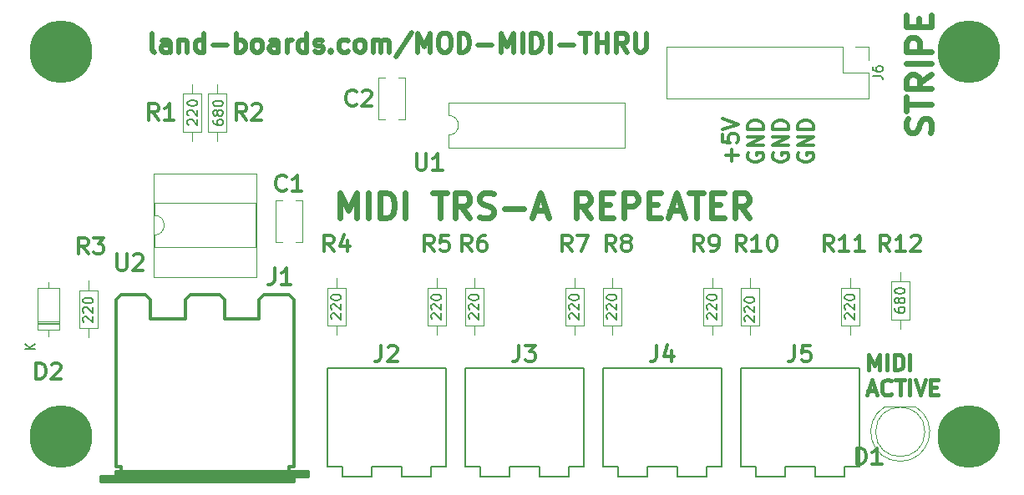
<source format=gto>
%TF.GenerationSoftware,KiCad,Pcbnew,(6.0.1)*%
%TF.CreationDate,2022-10-07T22:43:29-04:00*%
%TF.ProjectId,MOD-MIDI-THRU,4d4f442d-4d49-4444-992d-544852552e6b,1*%
%TF.SameCoordinates,Original*%
%TF.FileFunction,Legend,Top*%
%TF.FilePolarity,Positive*%
%FSLAX46Y46*%
G04 Gerber Fmt 4.6, Leading zero omitted, Abs format (unit mm)*
G04 Created by KiCad (PCBNEW (6.0.1)) date 2022-10-07 22:43:29*
%MOMM*%
%LPD*%
G01*
G04 APERTURE LIST*
%ADD10C,0.558800*%
%ADD11C,0.349250*%
%ADD12C,0.396875*%
%ADD13C,0.476250*%
%ADD14C,0.150000*%
%ADD15C,0.120000*%
%ADD16C,0.304800*%
%ADD17C,6.350000*%
G04 APERTURE END LIST*
D10*
X122252981Y-60839047D02*
X122252981Y-58299047D01*
X123099648Y-60113333D01*
X123946315Y-58299047D01*
X123946315Y-60839047D01*
X125155839Y-60839047D02*
X125155839Y-58299047D01*
X126365362Y-60839047D02*
X126365362Y-58299047D01*
X126970124Y-58299047D01*
X127332981Y-58420000D01*
X127574886Y-58661904D01*
X127695839Y-58903809D01*
X127816791Y-59387619D01*
X127816791Y-59750476D01*
X127695839Y-60234285D01*
X127574886Y-60476190D01*
X127332981Y-60718095D01*
X126970124Y-60839047D01*
X126365362Y-60839047D01*
X128905362Y-60839047D02*
X128905362Y-58299047D01*
X131687267Y-58299047D02*
X133138696Y-58299047D01*
X132412981Y-60839047D02*
X132412981Y-58299047D01*
X135436791Y-60839047D02*
X134590124Y-59629523D01*
X133985362Y-60839047D02*
X133985362Y-58299047D01*
X134952981Y-58299047D01*
X135194886Y-58420000D01*
X135315839Y-58540952D01*
X135436791Y-58782857D01*
X135436791Y-59145714D01*
X135315839Y-59387619D01*
X135194886Y-59508571D01*
X134952981Y-59629523D01*
X133985362Y-59629523D01*
X136404410Y-60718095D02*
X136767267Y-60839047D01*
X137372029Y-60839047D01*
X137613934Y-60718095D01*
X137734886Y-60597142D01*
X137855839Y-60355238D01*
X137855839Y-60113333D01*
X137734886Y-59871428D01*
X137613934Y-59750476D01*
X137372029Y-59629523D01*
X136888220Y-59508571D01*
X136646315Y-59387619D01*
X136525362Y-59266666D01*
X136404410Y-59024761D01*
X136404410Y-58782857D01*
X136525362Y-58540952D01*
X136646315Y-58420000D01*
X136888220Y-58299047D01*
X137492981Y-58299047D01*
X137855839Y-58420000D01*
X138944410Y-59871428D02*
X140879648Y-59871428D01*
X141968220Y-60113333D02*
X143177743Y-60113333D01*
X141726315Y-60839047D02*
X142572981Y-58299047D01*
X143419648Y-60839047D01*
X147652981Y-60839047D02*
X146806315Y-59629523D01*
X146201553Y-60839047D02*
X146201553Y-58299047D01*
X147169172Y-58299047D01*
X147411077Y-58420000D01*
X147532029Y-58540952D01*
X147652981Y-58782857D01*
X147652981Y-59145714D01*
X147532029Y-59387619D01*
X147411077Y-59508571D01*
X147169172Y-59629523D01*
X146201553Y-59629523D01*
X148741553Y-59508571D02*
X149588220Y-59508571D01*
X149951077Y-60839047D02*
X148741553Y-60839047D01*
X148741553Y-58299047D01*
X149951077Y-58299047D01*
X151039648Y-60839047D02*
X151039648Y-58299047D01*
X152007267Y-58299047D01*
X152249172Y-58420000D01*
X152370124Y-58540952D01*
X152491077Y-58782857D01*
X152491077Y-59145714D01*
X152370124Y-59387619D01*
X152249172Y-59508571D01*
X152007267Y-59629523D01*
X151039648Y-59629523D01*
X153579648Y-59508571D02*
X154426315Y-59508571D01*
X154789172Y-60839047D02*
X153579648Y-60839047D01*
X153579648Y-58299047D01*
X154789172Y-58299047D01*
X155756791Y-60113333D02*
X156966315Y-60113333D01*
X155514886Y-60839047D02*
X156361553Y-58299047D01*
X157208220Y-60839047D01*
X157692029Y-58299047D02*
X159143458Y-58299047D01*
X158417743Y-60839047D02*
X158417743Y-58299047D01*
X159990124Y-59508571D02*
X160836791Y-59508571D01*
X161199648Y-60839047D02*
X159990124Y-60839047D01*
X159990124Y-58299047D01*
X161199648Y-58299047D01*
X163739648Y-60839047D02*
X162892981Y-59629523D01*
X162288220Y-60839047D02*
X162288220Y-58299047D01*
X163255839Y-58299047D01*
X163497743Y-58420000D01*
X163618696Y-58540952D01*
X163739648Y-58782857D01*
X163739648Y-59145714D01*
X163618696Y-59387619D01*
X163497743Y-59508571D01*
X163255839Y-59629523D01*
X162288220Y-59629523D01*
D11*
X162014580Y-55106131D02*
X162014580Y-53896607D01*
X162619342Y-54501369D02*
X161409818Y-54501369D01*
X161031842Y-52384702D02*
X161031842Y-53140655D01*
X161787795Y-53216250D01*
X161712199Y-53140655D01*
X161636604Y-52989464D01*
X161636604Y-52611488D01*
X161712199Y-52460298D01*
X161787795Y-52384702D01*
X161938985Y-52309107D01*
X162316961Y-52309107D01*
X162468152Y-52384702D01*
X162543747Y-52460298D01*
X162619342Y-52611488D01*
X162619342Y-52989464D01*
X162543747Y-53140655D01*
X162468152Y-53216250D01*
X161031842Y-51855536D02*
X162619342Y-51326369D01*
X161031842Y-50797202D01*
X163663313Y-54274583D02*
X163587717Y-54425774D01*
X163587717Y-54652560D01*
X163663313Y-54879345D01*
X163814503Y-55030536D01*
X163965693Y-55106131D01*
X164268074Y-55181726D01*
X164494860Y-55181726D01*
X164797241Y-55106131D01*
X164948432Y-55030536D01*
X165099622Y-54879345D01*
X165175217Y-54652560D01*
X165175217Y-54501369D01*
X165099622Y-54274583D01*
X165024027Y-54198988D01*
X164494860Y-54198988D01*
X164494860Y-54501369D01*
X165175217Y-53518631D02*
X163587717Y-53518631D01*
X165175217Y-52611488D01*
X163587717Y-52611488D01*
X165175217Y-51855536D02*
X163587717Y-51855536D01*
X163587717Y-51477560D01*
X163663313Y-51250774D01*
X163814503Y-51099583D01*
X163965693Y-51023988D01*
X164268074Y-50948393D01*
X164494860Y-50948393D01*
X164797241Y-51023988D01*
X164948432Y-51099583D01*
X165099622Y-51250774D01*
X165175217Y-51477560D01*
X165175217Y-51855536D01*
X166219188Y-54274583D02*
X166143592Y-54425774D01*
X166143592Y-54652560D01*
X166219188Y-54879345D01*
X166370378Y-55030536D01*
X166521568Y-55106131D01*
X166823949Y-55181726D01*
X167050735Y-55181726D01*
X167353116Y-55106131D01*
X167504307Y-55030536D01*
X167655497Y-54879345D01*
X167731092Y-54652560D01*
X167731092Y-54501369D01*
X167655497Y-54274583D01*
X167579902Y-54198988D01*
X167050735Y-54198988D01*
X167050735Y-54501369D01*
X167731092Y-53518631D02*
X166143592Y-53518631D01*
X167731092Y-52611488D01*
X166143592Y-52611488D01*
X167731092Y-51855536D02*
X166143592Y-51855536D01*
X166143592Y-51477560D01*
X166219188Y-51250774D01*
X166370378Y-51099583D01*
X166521568Y-51023988D01*
X166823949Y-50948393D01*
X167050735Y-50948393D01*
X167353116Y-51023988D01*
X167504307Y-51099583D01*
X167655497Y-51250774D01*
X167731092Y-51477560D01*
X167731092Y-51855536D01*
X168775063Y-54274583D02*
X168699467Y-54425774D01*
X168699467Y-54652560D01*
X168775063Y-54879345D01*
X168926253Y-55030536D01*
X169077443Y-55106131D01*
X169379824Y-55181726D01*
X169606610Y-55181726D01*
X169908991Y-55106131D01*
X170060182Y-55030536D01*
X170211372Y-54879345D01*
X170286967Y-54652560D01*
X170286967Y-54501369D01*
X170211372Y-54274583D01*
X170135777Y-54198988D01*
X169606610Y-54198988D01*
X169606610Y-54501369D01*
X170286967Y-53518631D02*
X168699467Y-53518631D01*
X170286967Y-52611488D01*
X168699467Y-52611488D01*
X170286967Y-51855536D02*
X168699467Y-51855536D01*
X168699467Y-51477560D01*
X168775063Y-51250774D01*
X168926253Y-51099583D01*
X169077443Y-51023988D01*
X169379824Y-50948393D01*
X169606610Y-50948393D01*
X169908991Y-51023988D01*
X170060182Y-51099583D01*
X170211372Y-51250774D01*
X170286967Y-51477560D01*
X170286967Y-51855536D01*
D10*
X182130095Y-52215142D02*
X182251047Y-51852285D01*
X182251047Y-51247523D01*
X182130095Y-51005619D01*
X182009142Y-50884666D01*
X181767238Y-50763714D01*
X181525333Y-50763714D01*
X181283428Y-50884666D01*
X181162476Y-51005619D01*
X181041523Y-51247523D01*
X180920571Y-51731333D01*
X180799619Y-51973238D01*
X180678666Y-52094190D01*
X180436761Y-52215142D01*
X180194857Y-52215142D01*
X179952952Y-52094190D01*
X179832000Y-51973238D01*
X179711047Y-51731333D01*
X179711047Y-51126571D01*
X179832000Y-50763714D01*
X179711047Y-50038000D02*
X179711047Y-48586571D01*
X182251047Y-49312285D02*
X179711047Y-49312285D01*
X182251047Y-46288476D02*
X181041523Y-47135142D01*
X182251047Y-47739904D02*
X179711047Y-47739904D01*
X179711047Y-46772285D01*
X179832000Y-46530380D01*
X179952952Y-46409428D01*
X180194857Y-46288476D01*
X180557714Y-46288476D01*
X180799619Y-46409428D01*
X180920571Y-46530380D01*
X181041523Y-46772285D01*
X181041523Y-47739904D01*
X182251047Y-45199904D02*
X179711047Y-45199904D01*
X182251047Y-43990380D02*
X179711047Y-43990380D01*
X179711047Y-43022761D01*
X179832000Y-42780857D01*
X179952952Y-42659904D01*
X180194857Y-42538952D01*
X180557714Y-42538952D01*
X180799619Y-42659904D01*
X180920571Y-42780857D01*
X181041523Y-43022761D01*
X181041523Y-43990380D01*
X180920571Y-41450380D02*
X180920571Y-40603714D01*
X182251047Y-40240857D02*
X182251047Y-41450380D01*
X179711047Y-41450380D01*
X179711047Y-40240857D01*
D12*
X175895944Y-76275217D02*
X175895944Y-74687717D01*
X176425111Y-75821646D01*
X176954278Y-74687717D01*
X176954278Y-76275217D01*
X177710230Y-76275217D02*
X177710230Y-74687717D01*
X178466183Y-76275217D02*
X178466183Y-74687717D01*
X178844159Y-74687717D01*
X179070944Y-74763313D01*
X179222135Y-74914503D01*
X179297730Y-75065693D01*
X179373325Y-75368074D01*
X179373325Y-75594860D01*
X179297730Y-75897241D01*
X179222135Y-76048432D01*
X179070944Y-76199622D01*
X178844159Y-76275217D01*
X178466183Y-76275217D01*
X180053683Y-76275217D02*
X180053683Y-74687717D01*
X175820349Y-78377521D02*
X176576302Y-78377521D01*
X175669159Y-78831092D02*
X176198325Y-77243592D01*
X176727492Y-78831092D01*
X178163802Y-78679902D02*
X178088206Y-78755497D01*
X177861421Y-78831092D01*
X177710230Y-78831092D01*
X177483444Y-78755497D01*
X177332254Y-78604307D01*
X177256659Y-78453116D01*
X177181063Y-78150735D01*
X177181063Y-77923949D01*
X177256659Y-77621568D01*
X177332254Y-77470378D01*
X177483444Y-77319188D01*
X177710230Y-77243592D01*
X177861421Y-77243592D01*
X178088206Y-77319188D01*
X178163802Y-77394783D01*
X178617373Y-77243592D02*
X179524516Y-77243592D01*
X179070944Y-78831092D02*
X179070944Y-77243592D01*
X180053683Y-78831092D02*
X180053683Y-77243592D01*
X180582849Y-77243592D02*
X181112016Y-78831092D01*
X181641183Y-77243592D01*
X182170349Y-77999545D02*
X182699516Y-77999545D01*
X182926302Y-78831092D02*
X182170349Y-78831092D01*
X182170349Y-77243592D01*
X182926302Y-77243592D01*
D13*
X103505000Y-44041785D02*
X103323571Y-43951071D01*
X103232857Y-43769642D01*
X103232857Y-42136785D01*
X105047142Y-44041785D02*
X105047142Y-43043928D01*
X104956428Y-42862500D01*
X104775000Y-42771785D01*
X104412142Y-42771785D01*
X104230714Y-42862500D01*
X105047142Y-43951071D02*
X104865714Y-44041785D01*
X104412142Y-44041785D01*
X104230714Y-43951071D01*
X104140000Y-43769642D01*
X104140000Y-43588214D01*
X104230714Y-43406785D01*
X104412142Y-43316071D01*
X104865714Y-43316071D01*
X105047142Y-43225357D01*
X105954285Y-42771785D02*
X105954285Y-44041785D01*
X105954285Y-42953214D02*
X106045000Y-42862500D01*
X106226428Y-42771785D01*
X106498571Y-42771785D01*
X106680000Y-42862500D01*
X106770714Y-43043928D01*
X106770714Y-44041785D01*
X108494285Y-44041785D02*
X108494285Y-42136785D01*
X108494285Y-43951071D02*
X108312857Y-44041785D01*
X107950000Y-44041785D01*
X107768571Y-43951071D01*
X107677857Y-43860357D01*
X107587142Y-43678928D01*
X107587142Y-43134642D01*
X107677857Y-42953214D01*
X107768571Y-42862500D01*
X107950000Y-42771785D01*
X108312857Y-42771785D01*
X108494285Y-42862500D01*
X109401428Y-43316071D02*
X110852857Y-43316071D01*
X111760000Y-44041785D02*
X111760000Y-42136785D01*
X111760000Y-42862500D02*
X111941428Y-42771785D01*
X112304285Y-42771785D01*
X112485714Y-42862500D01*
X112576428Y-42953214D01*
X112667142Y-43134642D01*
X112667142Y-43678928D01*
X112576428Y-43860357D01*
X112485714Y-43951071D01*
X112304285Y-44041785D01*
X111941428Y-44041785D01*
X111760000Y-43951071D01*
X113755714Y-44041785D02*
X113574285Y-43951071D01*
X113483571Y-43860357D01*
X113392857Y-43678928D01*
X113392857Y-43134642D01*
X113483571Y-42953214D01*
X113574285Y-42862500D01*
X113755714Y-42771785D01*
X114027857Y-42771785D01*
X114209285Y-42862500D01*
X114300000Y-42953214D01*
X114390714Y-43134642D01*
X114390714Y-43678928D01*
X114300000Y-43860357D01*
X114209285Y-43951071D01*
X114027857Y-44041785D01*
X113755714Y-44041785D01*
X116023571Y-44041785D02*
X116023571Y-43043928D01*
X115932857Y-42862500D01*
X115751428Y-42771785D01*
X115388571Y-42771785D01*
X115207142Y-42862500D01*
X116023571Y-43951071D02*
X115842142Y-44041785D01*
X115388571Y-44041785D01*
X115207142Y-43951071D01*
X115116428Y-43769642D01*
X115116428Y-43588214D01*
X115207142Y-43406785D01*
X115388571Y-43316071D01*
X115842142Y-43316071D01*
X116023571Y-43225357D01*
X116930714Y-44041785D02*
X116930714Y-42771785D01*
X116930714Y-43134642D02*
X117021428Y-42953214D01*
X117112142Y-42862500D01*
X117293571Y-42771785D01*
X117475000Y-42771785D01*
X118926428Y-44041785D02*
X118926428Y-42136785D01*
X118926428Y-43951071D02*
X118745000Y-44041785D01*
X118382142Y-44041785D01*
X118200714Y-43951071D01*
X118110000Y-43860357D01*
X118019285Y-43678928D01*
X118019285Y-43134642D01*
X118110000Y-42953214D01*
X118200714Y-42862500D01*
X118382142Y-42771785D01*
X118745000Y-42771785D01*
X118926428Y-42862500D01*
X119742857Y-43951071D02*
X119924285Y-44041785D01*
X120287142Y-44041785D01*
X120468571Y-43951071D01*
X120559285Y-43769642D01*
X120559285Y-43678928D01*
X120468571Y-43497500D01*
X120287142Y-43406785D01*
X120015000Y-43406785D01*
X119833571Y-43316071D01*
X119742857Y-43134642D01*
X119742857Y-43043928D01*
X119833571Y-42862500D01*
X120015000Y-42771785D01*
X120287142Y-42771785D01*
X120468571Y-42862500D01*
X121375714Y-43860357D02*
X121466428Y-43951071D01*
X121375714Y-44041785D01*
X121285000Y-43951071D01*
X121375714Y-43860357D01*
X121375714Y-44041785D01*
X123099285Y-43951071D02*
X122917857Y-44041785D01*
X122555000Y-44041785D01*
X122373571Y-43951071D01*
X122282857Y-43860357D01*
X122192142Y-43678928D01*
X122192142Y-43134642D01*
X122282857Y-42953214D01*
X122373571Y-42862500D01*
X122555000Y-42771785D01*
X122917857Y-42771785D01*
X123099285Y-42862500D01*
X124187857Y-44041785D02*
X124006428Y-43951071D01*
X123915714Y-43860357D01*
X123825000Y-43678928D01*
X123825000Y-43134642D01*
X123915714Y-42953214D01*
X124006428Y-42862500D01*
X124187857Y-42771785D01*
X124460000Y-42771785D01*
X124641428Y-42862500D01*
X124732142Y-42953214D01*
X124822857Y-43134642D01*
X124822857Y-43678928D01*
X124732142Y-43860357D01*
X124641428Y-43951071D01*
X124460000Y-44041785D01*
X124187857Y-44041785D01*
X125639285Y-44041785D02*
X125639285Y-42771785D01*
X125639285Y-42953214D02*
X125730000Y-42862500D01*
X125911428Y-42771785D01*
X126183571Y-42771785D01*
X126365000Y-42862500D01*
X126455714Y-43043928D01*
X126455714Y-44041785D01*
X126455714Y-43043928D02*
X126546428Y-42862500D01*
X126727857Y-42771785D01*
X127000000Y-42771785D01*
X127181428Y-42862500D01*
X127272142Y-43043928D01*
X127272142Y-44041785D01*
X129540000Y-42046071D02*
X127907142Y-44495357D01*
X130175000Y-44041785D02*
X130175000Y-42136785D01*
X130810000Y-43497500D01*
X131445000Y-42136785D01*
X131445000Y-44041785D01*
X132715000Y-42136785D02*
X133077857Y-42136785D01*
X133259285Y-42227500D01*
X133440714Y-42408928D01*
X133531428Y-42771785D01*
X133531428Y-43406785D01*
X133440714Y-43769642D01*
X133259285Y-43951071D01*
X133077857Y-44041785D01*
X132715000Y-44041785D01*
X132533571Y-43951071D01*
X132352142Y-43769642D01*
X132261428Y-43406785D01*
X132261428Y-42771785D01*
X132352142Y-42408928D01*
X132533571Y-42227500D01*
X132715000Y-42136785D01*
X134347857Y-44041785D02*
X134347857Y-42136785D01*
X134801428Y-42136785D01*
X135073571Y-42227500D01*
X135255000Y-42408928D01*
X135345714Y-42590357D01*
X135436428Y-42953214D01*
X135436428Y-43225357D01*
X135345714Y-43588214D01*
X135255000Y-43769642D01*
X135073571Y-43951071D01*
X134801428Y-44041785D01*
X134347857Y-44041785D01*
X136252857Y-43316071D02*
X137704285Y-43316071D01*
X138611428Y-44041785D02*
X138611428Y-42136785D01*
X139246428Y-43497500D01*
X139881428Y-42136785D01*
X139881428Y-44041785D01*
X140788571Y-44041785D02*
X140788571Y-42136785D01*
X141695714Y-44041785D02*
X141695714Y-42136785D01*
X142149285Y-42136785D01*
X142421428Y-42227500D01*
X142602857Y-42408928D01*
X142693571Y-42590357D01*
X142784285Y-42953214D01*
X142784285Y-43225357D01*
X142693571Y-43588214D01*
X142602857Y-43769642D01*
X142421428Y-43951071D01*
X142149285Y-44041785D01*
X141695714Y-44041785D01*
X143600714Y-44041785D02*
X143600714Y-42136785D01*
X144507857Y-43316071D02*
X145959285Y-43316071D01*
X146594285Y-42136785D02*
X147682857Y-42136785D01*
X147138571Y-44041785D02*
X147138571Y-42136785D01*
X148317857Y-44041785D02*
X148317857Y-42136785D01*
X148317857Y-43043928D02*
X149406428Y-43043928D01*
X149406428Y-44041785D02*
X149406428Y-42136785D01*
X151402142Y-44041785D02*
X150767142Y-43134642D01*
X150313571Y-44041785D02*
X150313571Y-42136785D01*
X151039285Y-42136785D01*
X151220714Y-42227500D01*
X151311428Y-42318214D01*
X151402142Y-42499642D01*
X151402142Y-42771785D01*
X151311428Y-42953214D01*
X151220714Y-43043928D01*
X151039285Y-43134642D01*
X150313571Y-43134642D01*
X152218571Y-42136785D02*
X152218571Y-43678928D01*
X152309285Y-43860357D01*
X152400000Y-43951071D01*
X152581428Y-44041785D01*
X152944285Y-44041785D01*
X153125714Y-43951071D01*
X153216428Y-43860357D01*
X153307142Y-43678928D01*
X153307142Y-42136785D01*
D11*
%TO.C,R8*%
X150219833Y-64246880D02*
X149669500Y-63460690D01*
X149276404Y-64246880D02*
X149276404Y-62595880D01*
X149905357Y-62595880D01*
X150062595Y-62674500D01*
X150141214Y-62753119D01*
X150219833Y-62910357D01*
X150219833Y-63146214D01*
X150141214Y-63303452D01*
X150062595Y-63382071D01*
X149905357Y-63460690D01*
X149276404Y-63460690D01*
X151163261Y-63303452D02*
X151006023Y-63224833D01*
X150927404Y-63146214D01*
X150848785Y-62988976D01*
X150848785Y-62910357D01*
X150927404Y-62753119D01*
X151006023Y-62674500D01*
X151163261Y-62595880D01*
X151477738Y-62595880D01*
X151634976Y-62674500D01*
X151713595Y-62753119D01*
X151792214Y-62910357D01*
X151792214Y-62988976D01*
X151713595Y-63146214D01*
X151634976Y-63224833D01*
X151477738Y-63303452D01*
X151163261Y-63303452D01*
X151006023Y-63382071D01*
X150927404Y-63460690D01*
X150848785Y-63617928D01*
X150848785Y-63932404D01*
X150927404Y-64089642D01*
X151006023Y-64168261D01*
X151163261Y-64246880D01*
X151477738Y-64246880D01*
X151634976Y-64168261D01*
X151713595Y-64089642D01*
X151792214Y-63932404D01*
X151792214Y-63617928D01*
X151713595Y-63460690D01*
X151634976Y-63382071D01*
X151477738Y-63303452D01*
D14*
X149407619Y-71088095D02*
X149360000Y-71040476D01*
X149312380Y-70945238D01*
X149312380Y-70707142D01*
X149360000Y-70611904D01*
X149407619Y-70564285D01*
X149502857Y-70516666D01*
X149598095Y-70516666D01*
X149740952Y-70564285D01*
X150312380Y-71135714D01*
X150312380Y-70516666D01*
X149407619Y-70135714D02*
X149360000Y-70088095D01*
X149312380Y-69992857D01*
X149312380Y-69754761D01*
X149360000Y-69659523D01*
X149407619Y-69611904D01*
X149502857Y-69564285D01*
X149598095Y-69564285D01*
X149740952Y-69611904D01*
X150312380Y-70183333D01*
X150312380Y-69564285D01*
X149312380Y-68945238D02*
X149312380Y-68850000D01*
X149360000Y-68754761D01*
X149407619Y-68707142D01*
X149502857Y-68659523D01*
X149693333Y-68611904D01*
X149931428Y-68611904D01*
X150121904Y-68659523D01*
X150217142Y-68707142D01*
X150264761Y-68754761D01*
X150312380Y-68850000D01*
X150312380Y-68945238D01*
X150264761Y-69040476D01*
X150217142Y-69088095D01*
X150121904Y-69135714D01*
X149931428Y-69183333D01*
X149693333Y-69183333D01*
X149502857Y-69135714D01*
X149407619Y-69088095D01*
X149360000Y-69040476D01*
X149312380Y-68945238D01*
D11*
%TO.C,R6*%
X135614833Y-64246880D02*
X135064500Y-63460690D01*
X134671404Y-64246880D02*
X134671404Y-62595880D01*
X135300357Y-62595880D01*
X135457595Y-62674500D01*
X135536214Y-62753119D01*
X135614833Y-62910357D01*
X135614833Y-63146214D01*
X135536214Y-63303452D01*
X135457595Y-63382071D01*
X135300357Y-63460690D01*
X134671404Y-63460690D01*
X137029976Y-62595880D02*
X136715500Y-62595880D01*
X136558261Y-62674500D01*
X136479642Y-62753119D01*
X136322404Y-62988976D01*
X136243785Y-63303452D01*
X136243785Y-63932404D01*
X136322404Y-64089642D01*
X136401023Y-64168261D01*
X136558261Y-64246880D01*
X136872738Y-64246880D01*
X137029976Y-64168261D01*
X137108595Y-64089642D01*
X137187214Y-63932404D01*
X137187214Y-63539309D01*
X137108595Y-63382071D01*
X137029976Y-63303452D01*
X136872738Y-63224833D01*
X136558261Y-63224833D01*
X136401023Y-63303452D01*
X136322404Y-63382071D01*
X136243785Y-63539309D01*
D14*
X135437619Y-71088095D02*
X135390000Y-71040476D01*
X135342380Y-70945238D01*
X135342380Y-70707142D01*
X135390000Y-70611904D01*
X135437619Y-70564285D01*
X135532857Y-70516666D01*
X135628095Y-70516666D01*
X135770952Y-70564285D01*
X136342380Y-71135714D01*
X136342380Y-70516666D01*
X135437619Y-70135714D02*
X135390000Y-70088095D01*
X135342380Y-69992857D01*
X135342380Y-69754761D01*
X135390000Y-69659523D01*
X135437619Y-69611904D01*
X135532857Y-69564285D01*
X135628095Y-69564285D01*
X135770952Y-69611904D01*
X136342380Y-70183333D01*
X136342380Y-69564285D01*
X135342380Y-68945238D02*
X135342380Y-68850000D01*
X135390000Y-68754761D01*
X135437619Y-68707142D01*
X135532857Y-68659523D01*
X135723333Y-68611904D01*
X135961428Y-68611904D01*
X136151904Y-68659523D01*
X136247142Y-68707142D01*
X136294761Y-68754761D01*
X136342380Y-68850000D01*
X136342380Y-68945238D01*
X136294761Y-69040476D01*
X136247142Y-69088095D01*
X136151904Y-69135714D01*
X135961428Y-69183333D01*
X135723333Y-69183333D01*
X135532857Y-69135714D01*
X135437619Y-69088095D01*
X135390000Y-69040476D01*
X135342380Y-68945238D01*
D11*
%TO.C,J5*%
X168359666Y-73771880D02*
X168359666Y-74951166D01*
X168281047Y-75187023D01*
X168123809Y-75344261D01*
X167887952Y-75422880D01*
X167730714Y-75422880D01*
X169932047Y-73771880D02*
X169145857Y-73771880D01*
X169067238Y-74558071D01*
X169145857Y-74479452D01*
X169303095Y-74400833D01*
X169696190Y-74400833D01*
X169853428Y-74479452D01*
X169932047Y-74558071D01*
X170010666Y-74715309D01*
X170010666Y-75108404D01*
X169932047Y-75265642D01*
X169853428Y-75344261D01*
X169696190Y-75422880D01*
X169303095Y-75422880D01*
X169145857Y-75344261D01*
X169067238Y-75265642D01*
%TO.C,R7*%
X145774833Y-64246880D02*
X145224500Y-63460690D01*
X144831404Y-64246880D02*
X144831404Y-62595880D01*
X145460357Y-62595880D01*
X145617595Y-62674500D01*
X145696214Y-62753119D01*
X145774833Y-62910357D01*
X145774833Y-63146214D01*
X145696214Y-63303452D01*
X145617595Y-63382071D01*
X145460357Y-63460690D01*
X144831404Y-63460690D01*
X146325166Y-62595880D02*
X147425833Y-62595880D01*
X146718261Y-64246880D01*
D14*
X145597619Y-71088095D02*
X145550000Y-71040476D01*
X145502380Y-70945238D01*
X145502380Y-70707142D01*
X145550000Y-70611904D01*
X145597619Y-70564285D01*
X145692857Y-70516666D01*
X145788095Y-70516666D01*
X145930952Y-70564285D01*
X146502380Y-71135714D01*
X146502380Y-70516666D01*
X145597619Y-70135714D02*
X145550000Y-70088095D01*
X145502380Y-69992857D01*
X145502380Y-69754761D01*
X145550000Y-69659523D01*
X145597619Y-69611904D01*
X145692857Y-69564285D01*
X145788095Y-69564285D01*
X145930952Y-69611904D01*
X146502380Y-70183333D01*
X146502380Y-69564285D01*
X145502380Y-68945238D02*
X145502380Y-68850000D01*
X145550000Y-68754761D01*
X145597619Y-68707142D01*
X145692857Y-68659523D01*
X145883333Y-68611904D01*
X146121428Y-68611904D01*
X146311904Y-68659523D01*
X146407142Y-68707142D01*
X146454761Y-68754761D01*
X146502380Y-68850000D01*
X146502380Y-68945238D01*
X146454761Y-69040476D01*
X146407142Y-69088095D01*
X146311904Y-69135714D01*
X146121428Y-69183333D01*
X145883333Y-69183333D01*
X145692857Y-69135714D01*
X145597619Y-69088095D01*
X145550000Y-69040476D01*
X145502380Y-68945238D01*
D11*
%TO.C,J4*%
X154389666Y-73771880D02*
X154389666Y-74951166D01*
X154311047Y-75187023D01*
X154153809Y-75344261D01*
X153917952Y-75422880D01*
X153760714Y-75422880D01*
X155883428Y-74322214D02*
X155883428Y-75422880D01*
X155490333Y-73693261D02*
X155097238Y-74872547D01*
X156119285Y-74872547D01*
%TO.C,R4*%
X121644833Y-64246880D02*
X121094500Y-63460690D01*
X120701404Y-64246880D02*
X120701404Y-62595880D01*
X121330357Y-62595880D01*
X121487595Y-62674500D01*
X121566214Y-62753119D01*
X121644833Y-62910357D01*
X121644833Y-63146214D01*
X121566214Y-63303452D01*
X121487595Y-63382071D01*
X121330357Y-63460690D01*
X120701404Y-63460690D01*
X123059976Y-63146214D02*
X123059976Y-64246880D01*
X122666880Y-62517261D02*
X122273785Y-63696547D01*
X123295833Y-63696547D01*
D14*
X121467619Y-71088095D02*
X121420000Y-71040476D01*
X121372380Y-70945238D01*
X121372380Y-70707142D01*
X121420000Y-70611904D01*
X121467619Y-70564285D01*
X121562857Y-70516666D01*
X121658095Y-70516666D01*
X121800952Y-70564285D01*
X122372380Y-71135714D01*
X122372380Y-70516666D01*
X121467619Y-70135714D02*
X121420000Y-70088095D01*
X121372380Y-69992857D01*
X121372380Y-69754761D01*
X121420000Y-69659523D01*
X121467619Y-69611904D01*
X121562857Y-69564285D01*
X121658095Y-69564285D01*
X121800952Y-69611904D01*
X122372380Y-70183333D01*
X122372380Y-69564285D01*
X121372380Y-68945238D02*
X121372380Y-68850000D01*
X121420000Y-68754761D01*
X121467619Y-68707142D01*
X121562857Y-68659523D01*
X121753333Y-68611904D01*
X121991428Y-68611904D01*
X122181904Y-68659523D01*
X122277142Y-68707142D01*
X122324761Y-68754761D01*
X122372380Y-68850000D01*
X122372380Y-68945238D01*
X122324761Y-69040476D01*
X122277142Y-69088095D01*
X122181904Y-69135714D01*
X121991428Y-69183333D01*
X121753333Y-69183333D01*
X121562857Y-69135714D01*
X121467619Y-69088095D01*
X121420000Y-69040476D01*
X121372380Y-68945238D01*
D11*
%TO.C,U1*%
X130060095Y-54340880D02*
X130060095Y-55677404D01*
X130138714Y-55834642D01*
X130217333Y-55913261D01*
X130374571Y-55991880D01*
X130689047Y-55991880D01*
X130846285Y-55913261D01*
X130924904Y-55834642D01*
X131003523Y-55677404D01*
X131003523Y-54340880D01*
X132654523Y-55991880D02*
X131711095Y-55991880D01*
X132182809Y-55991880D02*
X132182809Y-54340880D01*
X132025571Y-54576738D01*
X131868333Y-54733976D01*
X131711095Y-54812595D01*
%TO.C,R11*%
X172293642Y-64246880D02*
X171743309Y-63460690D01*
X171350214Y-64246880D02*
X171350214Y-62595880D01*
X171979166Y-62595880D01*
X172136404Y-62674500D01*
X172215023Y-62753119D01*
X172293642Y-62910357D01*
X172293642Y-63146214D01*
X172215023Y-63303452D01*
X172136404Y-63382071D01*
X171979166Y-63460690D01*
X171350214Y-63460690D01*
X173866023Y-64246880D02*
X172922595Y-64246880D01*
X173394309Y-64246880D02*
X173394309Y-62595880D01*
X173237071Y-62831738D01*
X173079833Y-62988976D01*
X172922595Y-63067595D01*
X175438404Y-64246880D02*
X174494976Y-64246880D01*
X174966690Y-64246880D02*
X174966690Y-62595880D01*
X174809452Y-62831738D01*
X174652214Y-62988976D01*
X174494976Y-63067595D01*
D14*
X173537619Y-71088095D02*
X173490000Y-71040476D01*
X173442380Y-70945238D01*
X173442380Y-70707142D01*
X173490000Y-70611904D01*
X173537619Y-70564285D01*
X173632857Y-70516666D01*
X173728095Y-70516666D01*
X173870952Y-70564285D01*
X174442380Y-71135714D01*
X174442380Y-70516666D01*
X173537619Y-70135714D02*
X173490000Y-70088095D01*
X173442380Y-69992857D01*
X173442380Y-69754761D01*
X173490000Y-69659523D01*
X173537619Y-69611904D01*
X173632857Y-69564285D01*
X173728095Y-69564285D01*
X173870952Y-69611904D01*
X174442380Y-70183333D01*
X174442380Y-69564285D01*
X173442380Y-68945238D02*
X173442380Y-68850000D01*
X173490000Y-68754761D01*
X173537619Y-68707142D01*
X173632857Y-68659523D01*
X173823333Y-68611904D01*
X174061428Y-68611904D01*
X174251904Y-68659523D01*
X174347142Y-68707142D01*
X174394761Y-68754761D01*
X174442380Y-68850000D01*
X174442380Y-68945238D01*
X174394761Y-69040476D01*
X174347142Y-69088095D01*
X174251904Y-69135714D01*
X174061428Y-69183333D01*
X173823333Y-69183333D01*
X173632857Y-69135714D01*
X173537619Y-69088095D01*
X173490000Y-69040476D01*
X173442380Y-68945238D01*
D11*
%TO.C,C1*%
X116818833Y-57993642D02*
X116740214Y-58072261D01*
X116504357Y-58150880D01*
X116347119Y-58150880D01*
X116111261Y-58072261D01*
X115954023Y-57915023D01*
X115875404Y-57757785D01*
X115796785Y-57443309D01*
X115796785Y-57207452D01*
X115875404Y-56892976D01*
X115954023Y-56735738D01*
X116111261Y-56578500D01*
X116347119Y-56499880D01*
X116504357Y-56499880D01*
X116740214Y-56578500D01*
X116818833Y-56657119D01*
X118391214Y-58150880D02*
X117447785Y-58150880D01*
X117919500Y-58150880D02*
X117919500Y-56499880D01*
X117762261Y-56735738D01*
X117605023Y-56892976D01*
X117447785Y-56971595D01*
%TO.C,R5*%
X131804833Y-64246880D02*
X131254500Y-63460690D01*
X130861404Y-64246880D02*
X130861404Y-62595880D01*
X131490357Y-62595880D01*
X131647595Y-62674500D01*
X131726214Y-62753119D01*
X131804833Y-62910357D01*
X131804833Y-63146214D01*
X131726214Y-63303452D01*
X131647595Y-63382071D01*
X131490357Y-63460690D01*
X130861404Y-63460690D01*
X133298595Y-62595880D02*
X132512404Y-62595880D01*
X132433785Y-63382071D01*
X132512404Y-63303452D01*
X132669642Y-63224833D01*
X133062738Y-63224833D01*
X133219976Y-63303452D01*
X133298595Y-63382071D01*
X133377214Y-63539309D01*
X133377214Y-63932404D01*
X133298595Y-64089642D01*
X133219976Y-64168261D01*
X133062738Y-64246880D01*
X132669642Y-64246880D01*
X132512404Y-64168261D01*
X132433785Y-64089642D01*
D14*
X131627619Y-71088095D02*
X131580000Y-71040476D01*
X131532380Y-70945238D01*
X131532380Y-70707142D01*
X131580000Y-70611904D01*
X131627619Y-70564285D01*
X131722857Y-70516666D01*
X131818095Y-70516666D01*
X131960952Y-70564285D01*
X132532380Y-71135714D01*
X132532380Y-70516666D01*
X131627619Y-70135714D02*
X131580000Y-70088095D01*
X131532380Y-69992857D01*
X131532380Y-69754761D01*
X131580000Y-69659523D01*
X131627619Y-69611904D01*
X131722857Y-69564285D01*
X131818095Y-69564285D01*
X131960952Y-69611904D01*
X132532380Y-70183333D01*
X132532380Y-69564285D01*
X131532380Y-68945238D02*
X131532380Y-68850000D01*
X131580000Y-68754761D01*
X131627619Y-68707142D01*
X131722857Y-68659523D01*
X131913333Y-68611904D01*
X132151428Y-68611904D01*
X132341904Y-68659523D01*
X132437142Y-68707142D01*
X132484761Y-68754761D01*
X132532380Y-68850000D01*
X132532380Y-68945238D01*
X132484761Y-69040476D01*
X132437142Y-69088095D01*
X132341904Y-69135714D01*
X132151428Y-69183333D01*
X131913333Y-69183333D01*
X131722857Y-69135714D01*
X131627619Y-69088095D01*
X131580000Y-69040476D01*
X131532380Y-68945238D01*
D11*
%TO.C,R3*%
X96752833Y-64500880D02*
X96202500Y-63714690D01*
X95809404Y-64500880D02*
X95809404Y-62849880D01*
X96438357Y-62849880D01*
X96595595Y-62928500D01*
X96674214Y-63007119D01*
X96752833Y-63164357D01*
X96752833Y-63400214D01*
X96674214Y-63557452D01*
X96595595Y-63636071D01*
X96438357Y-63714690D01*
X95809404Y-63714690D01*
X97303166Y-62849880D02*
X98325214Y-62849880D01*
X97774880Y-63478833D01*
X98010738Y-63478833D01*
X98167976Y-63557452D01*
X98246595Y-63636071D01*
X98325214Y-63793309D01*
X98325214Y-64186404D01*
X98246595Y-64343642D01*
X98167976Y-64422261D01*
X98010738Y-64500880D01*
X97539023Y-64500880D01*
X97381785Y-64422261D01*
X97303166Y-64343642D01*
D14*
X96321619Y-71418295D02*
X96274000Y-71370676D01*
X96226380Y-71275438D01*
X96226380Y-71037342D01*
X96274000Y-70942104D01*
X96321619Y-70894485D01*
X96416857Y-70846866D01*
X96512095Y-70846866D01*
X96654952Y-70894485D01*
X97226380Y-71465914D01*
X97226380Y-70846866D01*
X96321619Y-70465914D02*
X96274000Y-70418295D01*
X96226380Y-70323057D01*
X96226380Y-70084961D01*
X96274000Y-69989723D01*
X96321619Y-69942104D01*
X96416857Y-69894485D01*
X96512095Y-69894485D01*
X96654952Y-69942104D01*
X97226380Y-70513533D01*
X97226380Y-69894485D01*
X96226380Y-69275438D02*
X96226380Y-69180200D01*
X96274000Y-69084961D01*
X96321619Y-69037342D01*
X96416857Y-68989723D01*
X96607333Y-68942104D01*
X96845428Y-68942104D01*
X97035904Y-68989723D01*
X97131142Y-69037342D01*
X97178761Y-69084961D01*
X97226380Y-69180200D01*
X97226380Y-69275438D01*
X97178761Y-69370676D01*
X97131142Y-69418295D01*
X97035904Y-69465914D01*
X96845428Y-69513533D01*
X96607333Y-69513533D01*
X96416857Y-69465914D01*
X96321619Y-69418295D01*
X96274000Y-69370676D01*
X96226380Y-69275438D01*
D11*
%TO.C,D1*%
X174676404Y-85836880D02*
X174676404Y-84185880D01*
X175069500Y-84185880D01*
X175305357Y-84264500D01*
X175462595Y-84421738D01*
X175541214Y-84578976D01*
X175619833Y-84893452D01*
X175619833Y-85129309D01*
X175541214Y-85443785D01*
X175462595Y-85601023D01*
X175305357Y-85758261D01*
X175069500Y-85836880D01*
X174676404Y-85836880D01*
X177192214Y-85836880D02*
X176248785Y-85836880D01*
X176720500Y-85836880D02*
X176720500Y-84185880D01*
X176563261Y-84421738D01*
X176406023Y-84578976D01*
X176248785Y-84657595D01*
%TO.C,R9*%
X159109833Y-64246880D02*
X158559500Y-63460690D01*
X158166404Y-64246880D02*
X158166404Y-62595880D01*
X158795357Y-62595880D01*
X158952595Y-62674500D01*
X159031214Y-62753119D01*
X159109833Y-62910357D01*
X159109833Y-63146214D01*
X159031214Y-63303452D01*
X158952595Y-63382071D01*
X158795357Y-63460690D01*
X158166404Y-63460690D01*
X159896023Y-64246880D02*
X160210500Y-64246880D01*
X160367738Y-64168261D01*
X160446357Y-64089642D01*
X160603595Y-63853785D01*
X160682214Y-63539309D01*
X160682214Y-62910357D01*
X160603595Y-62753119D01*
X160524976Y-62674500D01*
X160367738Y-62595880D01*
X160053261Y-62595880D01*
X159896023Y-62674500D01*
X159817404Y-62753119D01*
X159738785Y-62910357D01*
X159738785Y-63303452D01*
X159817404Y-63460690D01*
X159896023Y-63539309D01*
X160053261Y-63617928D01*
X160367738Y-63617928D01*
X160524976Y-63539309D01*
X160603595Y-63460690D01*
X160682214Y-63303452D01*
D14*
X159567619Y-71088095D02*
X159520000Y-71040476D01*
X159472380Y-70945238D01*
X159472380Y-70707142D01*
X159520000Y-70611904D01*
X159567619Y-70564285D01*
X159662857Y-70516666D01*
X159758095Y-70516666D01*
X159900952Y-70564285D01*
X160472380Y-71135714D01*
X160472380Y-70516666D01*
X159567619Y-70135714D02*
X159520000Y-70088095D01*
X159472380Y-69992857D01*
X159472380Y-69754761D01*
X159520000Y-69659523D01*
X159567619Y-69611904D01*
X159662857Y-69564285D01*
X159758095Y-69564285D01*
X159900952Y-69611904D01*
X160472380Y-70183333D01*
X160472380Y-69564285D01*
X159472380Y-68945238D02*
X159472380Y-68850000D01*
X159520000Y-68754761D01*
X159567619Y-68707142D01*
X159662857Y-68659523D01*
X159853333Y-68611904D01*
X160091428Y-68611904D01*
X160281904Y-68659523D01*
X160377142Y-68707142D01*
X160424761Y-68754761D01*
X160472380Y-68850000D01*
X160472380Y-68945238D01*
X160424761Y-69040476D01*
X160377142Y-69088095D01*
X160281904Y-69135714D01*
X160091428Y-69183333D01*
X159853333Y-69183333D01*
X159662857Y-69135714D01*
X159567619Y-69088095D01*
X159520000Y-69040476D01*
X159472380Y-68945238D01*
D11*
%TO.C,D2*%
X91491404Y-77200880D02*
X91491404Y-75549880D01*
X91884500Y-75549880D01*
X92120357Y-75628500D01*
X92277595Y-75785738D01*
X92356214Y-75942976D01*
X92434833Y-76257452D01*
X92434833Y-76493309D01*
X92356214Y-76807785D01*
X92277595Y-76965023D01*
X92120357Y-77122261D01*
X91884500Y-77200880D01*
X91491404Y-77200880D01*
X93063785Y-75707119D02*
X93142404Y-75628500D01*
X93299642Y-75549880D01*
X93692738Y-75549880D01*
X93849976Y-75628500D01*
X93928595Y-75707119D01*
X94007214Y-75864357D01*
X94007214Y-76021595D01*
X93928595Y-76257452D01*
X92985166Y-77200880D01*
X94007214Y-77200880D01*
D14*
X91362380Y-74175904D02*
X90362380Y-74175904D01*
X91362380Y-73604476D02*
X90790952Y-74033047D01*
X90362380Y-73604476D02*
X90933809Y-74175904D01*
%TO.C,J6*%
X176280380Y-46434333D02*
X176994666Y-46434333D01*
X177137523Y-46481952D01*
X177232761Y-46577190D01*
X177280380Y-46720047D01*
X177280380Y-46815285D01*
X176280380Y-45529571D02*
X176280380Y-45720047D01*
X176328000Y-45815285D01*
X176375619Y-45862904D01*
X176518476Y-45958142D01*
X176708952Y-46005761D01*
X177089904Y-46005761D01*
X177185142Y-45958142D01*
X177232761Y-45910523D01*
X177280380Y-45815285D01*
X177280380Y-45624809D01*
X177232761Y-45529571D01*
X177185142Y-45481952D01*
X177089904Y-45434333D01*
X176851809Y-45434333D01*
X176756571Y-45481952D01*
X176708952Y-45529571D01*
X176661333Y-45624809D01*
X176661333Y-45815285D01*
X176708952Y-45910523D01*
X176756571Y-45958142D01*
X176851809Y-46005761D01*
D11*
%TO.C,R10*%
X163403642Y-64246880D02*
X162853309Y-63460690D01*
X162460214Y-64246880D02*
X162460214Y-62595880D01*
X163089166Y-62595880D01*
X163246404Y-62674500D01*
X163325023Y-62753119D01*
X163403642Y-62910357D01*
X163403642Y-63146214D01*
X163325023Y-63303452D01*
X163246404Y-63382071D01*
X163089166Y-63460690D01*
X162460214Y-63460690D01*
X164976023Y-64246880D02*
X164032595Y-64246880D01*
X164504309Y-64246880D02*
X164504309Y-62595880D01*
X164347071Y-62831738D01*
X164189833Y-62988976D01*
X164032595Y-63067595D01*
X165998071Y-62595880D02*
X166155309Y-62595880D01*
X166312547Y-62674500D01*
X166391166Y-62753119D01*
X166469785Y-62910357D01*
X166548404Y-63224833D01*
X166548404Y-63617928D01*
X166469785Y-63932404D01*
X166391166Y-64089642D01*
X166312547Y-64168261D01*
X166155309Y-64246880D01*
X165998071Y-64246880D01*
X165840833Y-64168261D01*
X165762214Y-64089642D01*
X165683595Y-63932404D01*
X165604976Y-63617928D01*
X165604976Y-63224833D01*
X165683595Y-62910357D01*
X165762214Y-62753119D01*
X165840833Y-62674500D01*
X165998071Y-62595880D01*
D14*
X163377619Y-71342095D02*
X163330000Y-71294476D01*
X163282380Y-71199238D01*
X163282380Y-70961142D01*
X163330000Y-70865904D01*
X163377619Y-70818285D01*
X163472857Y-70770666D01*
X163568095Y-70770666D01*
X163710952Y-70818285D01*
X164282380Y-71389714D01*
X164282380Y-70770666D01*
X163377619Y-70389714D02*
X163330000Y-70342095D01*
X163282380Y-70246857D01*
X163282380Y-70008761D01*
X163330000Y-69913523D01*
X163377619Y-69865904D01*
X163472857Y-69818285D01*
X163568095Y-69818285D01*
X163710952Y-69865904D01*
X164282380Y-70437333D01*
X164282380Y-69818285D01*
X163282380Y-69199238D02*
X163282380Y-69104000D01*
X163330000Y-69008761D01*
X163377619Y-68961142D01*
X163472857Y-68913523D01*
X163663333Y-68865904D01*
X163901428Y-68865904D01*
X164091904Y-68913523D01*
X164187142Y-68961142D01*
X164234761Y-69008761D01*
X164282380Y-69104000D01*
X164282380Y-69199238D01*
X164234761Y-69294476D01*
X164187142Y-69342095D01*
X164091904Y-69389714D01*
X163901428Y-69437333D01*
X163663333Y-69437333D01*
X163472857Y-69389714D01*
X163377619Y-69342095D01*
X163330000Y-69294476D01*
X163282380Y-69199238D01*
D11*
%TO.C,J1*%
X115654666Y-65930880D02*
X115654666Y-67110166D01*
X115576047Y-67346023D01*
X115418809Y-67503261D01*
X115182952Y-67581880D01*
X115025714Y-67581880D01*
X117305666Y-67581880D02*
X116362238Y-67581880D01*
X116833952Y-67581880D02*
X116833952Y-65930880D01*
X116676714Y-66166738D01*
X116519476Y-66323976D01*
X116362238Y-66402595D01*
%TO.C,J2*%
X126449666Y-73771880D02*
X126449666Y-74951166D01*
X126371047Y-75187023D01*
X126213809Y-75344261D01*
X125977952Y-75422880D01*
X125820714Y-75422880D01*
X127157238Y-73929119D02*
X127235857Y-73850500D01*
X127393095Y-73771880D01*
X127786190Y-73771880D01*
X127943428Y-73850500D01*
X128022047Y-73929119D01*
X128100666Y-74086357D01*
X128100666Y-74243595D01*
X128022047Y-74479452D01*
X127078619Y-75422880D01*
X128100666Y-75422880D01*
%TO.C,J3*%
X140419666Y-73771880D02*
X140419666Y-74951166D01*
X140341047Y-75187023D01*
X140183809Y-75344261D01*
X139947952Y-75422880D01*
X139790714Y-75422880D01*
X141048619Y-73771880D02*
X142070666Y-73771880D01*
X141520333Y-74400833D01*
X141756190Y-74400833D01*
X141913428Y-74479452D01*
X141992047Y-74558071D01*
X142070666Y-74715309D01*
X142070666Y-75108404D01*
X141992047Y-75265642D01*
X141913428Y-75344261D01*
X141756190Y-75422880D01*
X141284476Y-75422880D01*
X141127238Y-75344261D01*
X141048619Y-75265642D01*
%TO.C,R12*%
X178008642Y-64246880D02*
X177458309Y-63460690D01*
X177065214Y-64246880D02*
X177065214Y-62595880D01*
X177694166Y-62595880D01*
X177851404Y-62674500D01*
X177930023Y-62753119D01*
X178008642Y-62910357D01*
X178008642Y-63146214D01*
X177930023Y-63303452D01*
X177851404Y-63382071D01*
X177694166Y-63460690D01*
X177065214Y-63460690D01*
X179581023Y-64246880D02*
X178637595Y-64246880D01*
X179109309Y-64246880D02*
X179109309Y-62595880D01*
X178952071Y-62831738D01*
X178794833Y-62988976D01*
X178637595Y-63067595D01*
X180209976Y-62753119D02*
X180288595Y-62674500D01*
X180445833Y-62595880D01*
X180838928Y-62595880D01*
X180996166Y-62674500D01*
X181074785Y-62753119D01*
X181153404Y-62910357D01*
X181153404Y-63067595D01*
X181074785Y-63303452D01*
X180131357Y-64246880D01*
X181153404Y-64246880D01*
D14*
X178522380Y-69976904D02*
X178522380Y-70167380D01*
X178570000Y-70262619D01*
X178617619Y-70310238D01*
X178760476Y-70405476D01*
X178950952Y-70453095D01*
X179331904Y-70453095D01*
X179427142Y-70405476D01*
X179474761Y-70357857D01*
X179522380Y-70262619D01*
X179522380Y-70072142D01*
X179474761Y-69976904D01*
X179427142Y-69929285D01*
X179331904Y-69881666D01*
X179093809Y-69881666D01*
X178998571Y-69929285D01*
X178950952Y-69976904D01*
X178903333Y-70072142D01*
X178903333Y-70262619D01*
X178950952Y-70357857D01*
X178998571Y-70405476D01*
X179093809Y-70453095D01*
X178950952Y-69310238D02*
X178903333Y-69405476D01*
X178855714Y-69453095D01*
X178760476Y-69500714D01*
X178712857Y-69500714D01*
X178617619Y-69453095D01*
X178570000Y-69405476D01*
X178522380Y-69310238D01*
X178522380Y-69119761D01*
X178570000Y-69024523D01*
X178617619Y-68976904D01*
X178712857Y-68929285D01*
X178760476Y-68929285D01*
X178855714Y-68976904D01*
X178903333Y-69024523D01*
X178950952Y-69119761D01*
X178950952Y-69310238D01*
X178998571Y-69405476D01*
X179046190Y-69453095D01*
X179141428Y-69500714D01*
X179331904Y-69500714D01*
X179427142Y-69453095D01*
X179474761Y-69405476D01*
X179522380Y-69310238D01*
X179522380Y-69119761D01*
X179474761Y-69024523D01*
X179427142Y-68976904D01*
X179331904Y-68929285D01*
X179141428Y-68929285D01*
X179046190Y-68976904D01*
X178998571Y-69024523D01*
X178950952Y-69119761D01*
X178522380Y-68310238D02*
X178522380Y-68215000D01*
X178570000Y-68119761D01*
X178617619Y-68072142D01*
X178712857Y-68024523D01*
X178903333Y-67976904D01*
X179141428Y-67976904D01*
X179331904Y-68024523D01*
X179427142Y-68072142D01*
X179474761Y-68119761D01*
X179522380Y-68215000D01*
X179522380Y-68310238D01*
X179474761Y-68405476D01*
X179427142Y-68453095D01*
X179331904Y-68500714D01*
X179141428Y-68548333D01*
X178903333Y-68548333D01*
X178712857Y-68500714D01*
X178617619Y-68453095D01*
X178570000Y-68405476D01*
X178522380Y-68310238D01*
D11*
%TO.C,R2*%
X112754833Y-50911880D02*
X112204500Y-50125690D01*
X111811404Y-50911880D02*
X111811404Y-49260880D01*
X112440357Y-49260880D01*
X112597595Y-49339500D01*
X112676214Y-49418119D01*
X112754833Y-49575357D01*
X112754833Y-49811214D01*
X112676214Y-49968452D01*
X112597595Y-50047071D01*
X112440357Y-50125690D01*
X111811404Y-50125690D01*
X113383785Y-49418119D02*
X113462404Y-49339500D01*
X113619642Y-49260880D01*
X114012738Y-49260880D01*
X114169976Y-49339500D01*
X114248595Y-49418119D01*
X114327214Y-49575357D01*
X114327214Y-49732595D01*
X114248595Y-49968452D01*
X113305166Y-50911880D01*
X114327214Y-50911880D01*
D14*
X109408980Y-50952304D02*
X109408980Y-51142780D01*
X109456600Y-51238019D01*
X109504219Y-51285638D01*
X109647076Y-51380876D01*
X109837552Y-51428495D01*
X110218504Y-51428495D01*
X110313742Y-51380876D01*
X110361361Y-51333257D01*
X110408980Y-51238019D01*
X110408980Y-51047542D01*
X110361361Y-50952304D01*
X110313742Y-50904685D01*
X110218504Y-50857066D01*
X109980409Y-50857066D01*
X109885171Y-50904685D01*
X109837552Y-50952304D01*
X109789933Y-51047542D01*
X109789933Y-51238019D01*
X109837552Y-51333257D01*
X109885171Y-51380876D01*
X109980409Y-51428495D01*
X109837552Y-50285638D02*
X109789933Y-50380876D01*
X109742314Y-50428495D01*
X109647076Y-50476114D01*
X109599457Y-50476114D01*
X109504219Y-50428495D01*
X109456600Y-50380876D01*
X109408980Y-50285638D01*
X109408980Y-50095161D01*
X109456600Y-49999923D01*
X109504219Y-49952304D01*
X109599457Y-49904685D01*
X109647076Y-49904685D01*
X109742314Y-49952304D01*
X109789933Y-49999923D01*
X109837552Y-50095161D01*
X109837552Y-50285638D01*
X109885171Y-50380876D01*
X109932790Y-50428495D01*
X110028028Y-50476114D01*
X110218504Y-50476114D01*
X110313742Y-50428495D01*
X110361361Y-50380876D01*
X110408980Y-50285638D01*
X110408980Y-50095161D01*
X110361361Y-49999923D01*
X110313742Y-49952304D01*
X110218504Y-49904685D01*
X110028028Y-49904685D01*
X109932790Y-49952304D01*
X109885171Y-49999923D01*
X109837552Y-50095161D01*
X109408980Y-49285638D02*
X109408980Y-49190400D01*
X109456600Y-49095161D01*
X109504219Y-49047542D01*
X109599457Y-48999923D01*
X109789933Y-48952304D01*
X110028028Y-48952304D01*
X110218504Y-48999923D01*
X110313742Y-49047542D01*
X110361361Y-49095161D01*
X110408980Y-49190400D01*
X110408980Y-49285638D01*
X110361361Y-49380876D01*
X110313742Y-49428495D01*
X110218504Y-49476114D01*
X110028028Y-49523733D01*
X109789933Y-49523733D01*
X109599457Y-49476114D01*
X109504219Y-49428495D01*
X109456600Y-49380876D01*
X109408980Y-49285638D01*
D11*
%TO.C,R1*%
X103864833Y-50911880D02*
X103314500Y-50125690D01*
X102921404Y-50911880D02*
X102921404Y-49260880D01*
X103550357Y-49260880D01*
X103707595Y-49339500D01*
X103786214Y-49418119D01*
X103864833Y-49575357D01*
X103864833Y-49811214D01*
X103786214Y-49968452D01*
X103707595Y-50047071D01*
X103550357Y-50125690D01*
X102921404Y-50125690D01*
X105437214Y-50911880D02*
X104493785Y-50911880D01*
X104965500Y-50911880D02*
X104965500Y-49260880D01*
X104808261Y-49496738D01*
X104651023Y-49653976D01*
X104493785Y-49732595D01*
D14*
X106913419Y-51403095D02*
X106865800Y-51355476D01*
X106818180Y-51260238D01*
X106818180Y-51022142D01*
X106865800Y-50926904D01*
X106913419Y-50879285D01*
X107008657Y-50831666D01*
X107103895Y-50831666D01*
X107246752Y-50879285D01*
X107818180Y-51450714D01*
X107818180Y-50831666D01*
X106913419Y-50450714D02*
X106865800Y-50403095D01*
X106818180Y-50307857D01*
X106818180Y-50069761D01*
X106865800Y-49974523D01*
X106913419Y-49926904D01*
X107008657Y-49879285D01*
X107103895Y-49879285D01*
X107246752Y-49926904D01*
X107818180Y-50498333D01*
X107818180Y-49879285D01*
X106818180Y-49260238D02*
X106818180Y-49165000D01*
X106865800Y-49069761D01*
X106913419Y-49022142D01*
X107008657Y-48974523D01*
X107199133Y-48926904D01*
X107437228Y-48926904D01*
X107627704Y-48974523D01*
X107722942Y-49022142D01*
X107770561Y-49069761D01*
X107818180Y-49165000D01*
X107818180Y-49260238D01*
X107770561Y-49355476D01*
X107722942Y-49403095D01*
X107627704Y-49450714D01*
X107437228Y-49498333D01*
X107199133Y-49498333D01*
X107008657Y-49450714D01*
X106913419Y-49403095D01*
X106865800Y-49355476D01*
X106818180Y-49260238D01*
D11*
%TO.C,U2*%
X99707095Y-64500880D02*
X99707095Y-65837404D01*
X99785714Y-65994642D01*
X99864333Y-66073261D01*
X100021571Y-66151880D01*
X100336047Y-66151880D01*
X100493285Y-66073261D01*
X100571904Y-65994642D01*
X100650523Y-65837404D01*
X100650523Y-64500880D01*
X101358095Y-64658119D02*
X101436714Y-64579500D01*
X101593952Y-64500880D01*
X101987047Y-64500880D01*
X102144285Y-64579500D01*
X102222904Y-64658119D01*
X102301523Y-64815357D01*
X102301523Y-64972595D01*
X102222904Y-65208452D01*
X101279476Y-66151880D01*
X102301523Y-66151880D01*
%TO.C,C2*%
X123930833Y-49357642D02*
X123852214Y-49436261D01*
X123616357Y-49514880D01*
X123459119Y-49514880D01*
X123223261Y-49436261D01*
X123066023Y-49279023D01*
X122987404Y-49121785D01*
X122908785Y-48807309D01*
X122908785Y-48571452D01*
X122987404Y-48256976D01*
X123066023Y-48099738D01*
X123223261Y-47942500D01*
X123459119Y-47863880D01*
X123616357Y-47863880D01*
X123852214Y-47942500D01*
X123930833Y-48021119D01*
X124559785Y-48021119D02*
X124638404Y-47942500D01*
X124795642Y-47863880D01*
X125188738Y-47863880D01*
X125345976Y-47942500D01*
X125424595Y-48021119D01*
X125503214Y-48178357D01*
X125503214Y-48335595D01*
X125424595Y-48571452D01*
X124481166Y-49514880D01*
X125503214Y-49514880D01*
D15*
%TO.C,R8*%
X148940000Y-67930000D02*
X148940000Y-71770000D01*
X150780000Y-67930000D02*
X148940000Y-67930000D01*
X148940000Y-71770000D02*
X150780000Y-71770000D01*
X149860000Y-72720000D02*
X149860000Y-71770000D01*
X149860000Y-66980000D02*
X149860000Y-67930000D01*
X150780000Y-71770000D02*
X150780000Y-67930000D01*
%TO.C,R6*%
X136810000Y-67930000D02*
X134970000Y-67930000D01*
X135890000Y-66980000D02*
X135890000Y-67930000D01*
X135890000Y-72720000D02*
X135890000Y-71770000D01*
X134970000Y-71770000D02*
X136810000Y-71770000D01*
X136810000Y-71770000D02*
X136810000Y-67930000D01*
X134970000Y-67930000D02*
X134970000Y-71770000D01*
D14*
%TO.C,J5*%
X170410000Y-87050000D02*
X170410000Y-86050000D01*
X173410000Y-87050000D02*
X170410000Y-87050000D01*
X164410000Y-87050000D02*
X167410000Y-87050000D01*
X174910000Y-76050000D02*
X162910000Y-76050000D01*
X167410000Y-87050000D02*
X167410000Y-86050000D01*
X170410000Y-86050000D02*
X167410000Y-86050000D01*
X173410000Y-86050000D02*
X173410000Y-87050000D01*
X173410000Y-86050000D02*
X174910000Y-86050000D01*
X162910000Y-76050000D02*
X162910000Y-86050000D01*
X164410000Y-86050000D02*
X164410000Y-87050000D01*
X174910000Y-76050000D02*
X174910000Y-86050000D01*
X164410000Y-86050000D02*
X162910000Y-86050000D01*
D15*
%TO.C,R7*%
X146970000Y-71770000D02*
X146970000Y-67930000D01*
X145130000Y-67930000D02*
X145130000Y-71770000D01*
X146050000Y-66980000D02*
X146050000Y-67930000D01*
X145130000Y-71770000D02*
X146970000Y-71770000D01*
X146050000Y-72720000D02*
X146050000Y-71770000D01*
X146970000Y-67930000D02*
X145130000Y-67930000D01*
D14*
%TO.C,J4*%
X150440000Y-86050000D02*
X148940000Y-86050000D01*
X159440000Y-87050000D02*
X156440000Y-87050000D01*
X159440000Y-86050000D02*
X159440000Y-87050000D01*
X159440000Y-86050000D02*
X160940000Y-86050000D01*
X150440000Y-86050000D02*
X150440000Y-87050000D01*
X148940000Y-76050000D02*
X148940000Y-86050000D01*
X153440000Y-87050000D02*
X153440000Y-86050000D01*
X160940000Y-76050000D02*
X148940000Y-76050000D01*
X160940000Y-76050000D02*
X160940000Y-86050000D01*
X150440000Y-87050000D02*
X153440000Y-87050000D01*
X156440000Y-87050000D02*
X156440000Y-86050000D01*
X156440000Y-86050000D02*
X153440000Y-86050000D01*
D15*
%TO.C,R4*%
X121920000Y-66980000D02*
X121920000Y-67930000D01*
X121000000Y-67930000D02*
X121000000Y-71770000D01*
X122840000Y-71770000D02*
X122840000Y-67930000D01*
X122840000Y-67930000D02*
X121000000Y-67930000D01*
X121000000Y-71770000D02*
X122840000Y-71770000D01*
X121920000Y-72720000D02*
X121920000Y-71770000D01*
%TO.C,U1*%
X133285000Y-49200000D02*
X133285000Y-50450000D01*
X133285000Y-52450000D02*
X133285000Y-53700000D01*
X151185000Y-53700000D02*
X151185000Y-49200000D01*
X151185000Y-49200000D02*
X133285000Y-49200000D01*
X133285000Y-53700000D02*
X151185000Y-53700000D01*
X133285000Y-52450000D02*
G75*
G03*
X133285000Y-50450000I0J1000000D01*
G01*
%TO.C,R11*%
X174910000Y-71770000D02*
X174910000Y-67930000D01*
X174910000Y-67930000D02*
X173070000Y-67930000D01*
X173990000Y-66980000D02*
X173990000Y-67930000D01*
X173070000Y-71770000D02*
X174910000Y-71770000D01*
X173990000Y-72720000D02*
X173990000Y-71770000D01*
X173070000Y-67930000D02*
X173070000Y-71770000D01*
%TO.C,C1*%
X115724000Y-63334000D02*
X116429000Y-63334000D01*
X118464000Y-63334000D02*
X118464000Y-59094000D01*
X117759000Y-63334000D02*
X118464000Y-63334000D01*
X115724000Y-63334000D02*
X115724000Y-59094000D01*
X117759000Y-59094000D02*
X118464000Y-59094000D01*
X115724000Y-59094000D02*
X116429000Y-59094000D01*
%TO.C,R5*%
X133000000Y-71770000D02*
X133000000Y-67930000D01*
X131160000Y-71770000D02*
X133000000Y-71770000D01*
X131160000Y-67930000D02*
X131160000Y-71770000D01*
X133000000Y-67930000D02*
X131160000Y-67930000D01*
X132080000Y-66980000D02*
X132080000Y-67930000D01*
X132080000Y-72720000D02*
X132080000Y-71770000D01*
%TO.C,R3*%
X96774000Y-72974000D02*
X96774000Y-72024000D01*
X95854000Y-72024000D02*
X97694000Y-72024000D01*
X97694000Y-68184000D02*
X95854000Y-68184000D01*
X97694000Y-72024000D02*
X97694000Y-68184000D01*
X96774000Y-67234000D02*
X96774000Y-68184000D01*
X95854000Y-68184000D02*
X95854000Y-72024000D01*
%TO.C,D1*%
X180615000Y-79985000D02*
X177525000Y-79985000D01*
X177525170Y-79985000D02*
G75*
G03*
X179070462Y-85535000I1544830J-2560000D01*
G01*
X179069538Y-85535000D02*
G75*
G03*
X180614830Y-79985000I462J2990000D01*
G01*
X181570000Y-82545000D02*
G75*
G03*
X181570000Y-82545000I-2500000J0D01*
G01*
%TO.C,R9*%
X160020000Y-72720000D02*
X160020000Y-71770000D01*
X160020000Y-66980000D02*
X160020000Y-67930000D01*
X159100000Y-67930000D02*
X159100000Y-71770000D01*
X159100000Y-71770000D02*
X160940000Y-71770000D01*
X160940000Y-67930000D02*
X159100000Y-67930000D01*
X160940000Y-71770000D02*
X160940000Y-67930000D01*
%TO.C,D2*%
X91590000Y-67984000D02*
X91590000Y-72224000D01*
X91590000Y-71624000D02*
X93830000Y-71624000D01*
X93830000Y-67984000D02*
X91590000Y-67984000D01*
X91590000Y-72224000D02*
X93830000Y-72224000D01*
X91590000Y-71504000D02*
X93830000Y-71504000D01*
X92710000Y-67334000D02*
X92710000Y-67984000D01*
X92710000Y-72874000D02*
X92710000Y-72224000D01*
X93830000Y-72224000D02*
X93830000Y-67984000D01*
X91590000Y-71384000D02*
X93830000Y-71384000D01*
%TO.C,J6*%
X173228000Y-43501000D02*
X155388000Y-43501000D01*
X173228000Y-43501000D02*
X173228000Y-46101000D01*
X155388000Y-43501000D02*
X155388000Y-48701000D01*
X175828000Y-46101000D02*
X175828000Y-48701000D01*
X173228000Y-46101000D02*
X175828000Y-46101000D01*
X175828000Y-43501000D02*
X175828000Y-44831000D01*
X175828000Y-48701000D02*
X155388000Y-48701000D01*
X174498000Y-43501000D02*
X175828000Y-43501000D01*
%TO.C,R10*%
X162910000Y-67930000D02*
X162910000Y-71770000D01*
X163830000Y-66980000D02*
X163830000Y-67930000D01*
X164750000Y-71770000D02*
X164750000Y-67930000D01*
X162910000Y-71770000D02*
X164750000Y-71770000D01*
X164750000Y-67930000D02*
X162910000Y-67930000D01*
X163830000Y-72720000D02*
X163830000Y-71770000D01*
D16*
%TO.C,J1*%
X117083840Y-68605400D02*
X115084860Y-68605400D01*
X98084640Y-87604600D02*
X98084640Y-87104220D01*
X98084640Y-87104220D02*
X99585780Y-87104220D01*
X117584220Y-69105780D02*
X117584220Y-86106000D01*
X102585520Y-68605400D02*
X103085900Y-69105780D01*
X100086160Y-68605400D02*
X102585520Y-68605400D01*
X110086140Y-68605400D02*
X110583980Y-69105780D01*
X106586020Y-69105780D02*
X106586020Y-71104760D01*
X117584220Y-87104220D02*
X99585780Y-87104220D01*
X99585780Y-69105780D02*
X100086160Y-68605400D01*
X119085360Y-86603840D02*
X119085360Y-87104220D01*
X103085900Y-69105780D02*
X103085900Y-71104760D01*
X99585780Y-87104220D02*
X99585780Y-86603840D01*
X107083860Y-68605400D02*
X106586020Y-69105780D01*
X103085900Y-71104760D02*
X106586020Y-71104760D01*
X99585780Y-69105780D02*
X99585780Y-86106000D01*
X119085360Y-87104220D02*
X117584220Y-87104220D01*
X114084100Y-69105780D02*
X114084100Y-71104760D01*
X99585780Y-86855300D02*
X119085360Y-86855300D01*
X117083840Y-86603840D02*
X117083840Y-86106000D01*
X99585780Y-86106000D02*
X100086160Y-86106000D01*
X117584220Y-69105780D02*
X117083840Y-68605400D01*
X115084860Y-68605400D02*
X114584480Y-68605400D01*
X117584220Y-86106000D02*
X117083840Y-86106000D01*
X98084640Y-87355680D02*
X117584220Y-87355680D01*
X117584220Y-87104220D02*
X117584220Y-87604600D01*
X110583980Y-69105780D02*
X110583980Y-71104760D01*
X114584480Y-68605400D02*
X114084100Y-69105780D01*
X114084100Y-71104760D02*
X110583980Y-71104760D01*
X99585780Y-86603840D02*
X119085360Y-86603840D01*
X107083860Y-68605400D02*
X110086140Y-68605400D01*
X100086160Y-86106000D02*
X100086160Y-86603840D01*
X117584220Y-87604600D02*
X98084640Y-87604600D01*
D14*
%TO.C,J2*%
X133000000Y-76050000D02*
X121000000Y-76050000D01*
X133000000Y-76050000D02*
X133000000Y-86050000D01*
X125500000Y-87050000D02*
X125500000Y-86050000D01*
X131500000Y-86050000D02*
X131500000Y-87050000D01*
X121000000Y-76050000D02*
X121000000Y-86050000D01*
X128500000Y-86050000D02*
X125500000Y-86050000D01*
X131500000Y-86050000D02*
X133000000Y-86050000D01*
X122500000Y-86050000D02*
X121000000Y-86050000D01*
X131500000Y-87050000D02*
X128500000Y-87050000D01*
X122500000Y-87050000D02*
X125500000Y-87050000D01*
X128500000Y-87050000D02*
X128500000Y-86050000D01*
X122500000Y-86050000D02*
X122500000Y-87050000D01*
%TO.C,J3*%
X136470000Y-86050000D02*
X136470000Y-87050000D01*
X145470000Y-86050000D02*
X145470000Y-87050000D01*
X142470000Y-86050000D02*
X139470000Y-86050000D01*
X136470000Y-87050000D02*
X139470000Y-87050000D01*
X139470000Y-87050000D02*
X139470000Y-86050000D01*
X146970000Y-76050000D02*
X146970000Y-86050000D01*
X136470000Y-86050000D02*
X134970000Y-86050000D01*
X145470000Y-86050000D02*
X146970000Y-86050000D01*
X145470000Y-87050000D02*
X142470000Y-87050000D01*
X146970000Y-76050000D02*
X134970000Y-76050000D01*
X134970000Y-76050000D02*
X134970000Y-86050000D01*
X142470000Y-87050000D02*
X142470000Y-86050000D01*
D15*
%TO.C,R12*%
X179070000Y-66345000D02*
X179070000Y-67295000D01*
X178150000Y-71135000D02*
X179990000Y-71135000D01*
X179070000Y-72085000D02*
X179070000Y-71135000D01*
X179990000Y-67295000D02*
X178150000Y-67295000D01*
X178150000Y-67295000D02*
X178150000Y-71135000D01*
X179990000Y-71135000D02*
X179990000Y-67295000D01*
%TO.C,R2*%
X108935000Y-52085000D02*
X110775000Y-52085000D01*
X110775000Y-48245000D02*
X108935000Y-48245000D01*
X109855000Y-53035000D02*
X109855000Y-52085000D01*
X109855000Y-47295000D02*
X109855000Y-48245000D01*
X110775000Y-52085000D02*
X110775000Y-48245000D01*
X108935000Y-48245000D02*
X108935000Y-52085000D01*
%TO.C,R1*%
X106395000Y-52085000D02*
X108235000Y-52085000D01*
X108235000Y-48245000D02*
X106395000Y-48245000D01*
X107315000Y-47295000D02*
X107315000Y-48245000D01*
X108235000Y-52085000D02*
X108235000Y-48245000D01*
X106395000Y-48245000D02*
X106395000Y-52085000D01*
X107315000Y-53035000D02*
X107315000Y-52085000D01*
%TO.C,U2*%
X113795000Y-66835000D02*
X113795000Y-56335000D01*
X103395000Y-66835000D02*
X113795000Y-66835000D01*
X103455000Y-59335000D02*
X103455000Y-60585000D01*
X103455000Y-62585000D02*
X103455000Y-63835000D01*
X113735000Y-59335000D02*
X103455000Y-59335000D01*
X113795000Y-56335000D02*
X103395000Y-56335000D01*
X113735000Y-63835000D02*
X113735000Y-59335000D01*
X103395000Y-56335000D02*
X103395000Y-66835000D01*
X103455000Y-63835000D02*
X113735000Y-63835000D01*
X103455000Y-62585000D02*
G75*
G03*
X103455000Y-60585000I0J1000000D01*
G01*
%TO.C,C2*%
X128878000Y-46648000D02*
X128878000Y-50888000D01*
X126843000Y-50888000D02*
X126138000Y-50888000D01*
X128878000Y-50888000D02*
X128173000Y-50888000D01*
X128878000Y-46648000D02*
X128173000Y-46648000D01*
X126843000Y-46648000D02*
X126138000Y-46648000D01*
X126138000Y-46648000D02*
X126138000Y-50888000D01*
%TD*%
D17*
%TO.C,MTG1*%
X94000000Y-83000000D03*
%TD*%
%TO.C,MTG3*%
X94000000Y-44000000D03*
%TD*%
%TO.C,MTG2*%
X186000000Y-83000000D03*
%TD*%
%TO.C,MTG4*%
X186000000Y-44000000D03*
%TD*%
M02*

</source>
